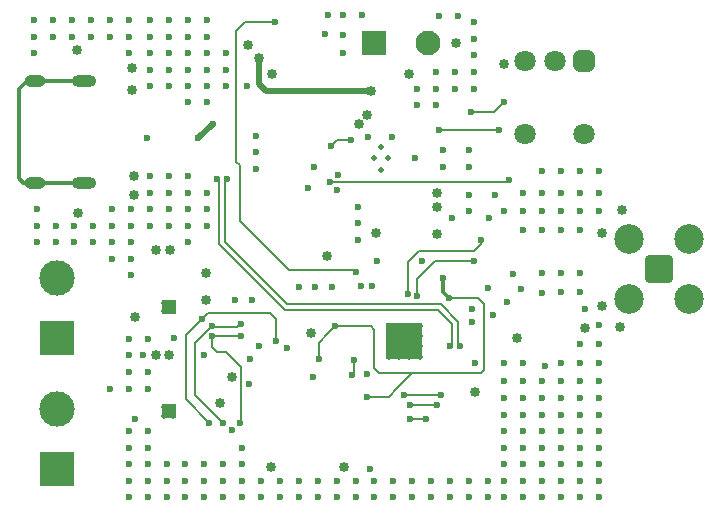
<source format=gbl>
G04 #@! TF.GenerationSoftware,KiCad,Pcbnew,7.0.8*
G04 #@! TF.CreationDate,2024-01-23T22:35:07+01:00*
G04 #@! TF.ProjectId,internet-radio-speaker,696e7465-726e-4657-942d-726164696f2d,rev?*
G04 #@! TF.SameCoordinates,Original*
G04 #@! TF.FileFunction,Copper,L4,Bot*
G04 #@! TF.FilePolarity,Positive*
%FSLAX46Y46*%
G04 Gerber Fmt 4.6, Leading zero omitted, Abs format (unit mm)*
G04 Created by KiCad (PCBNEW 7.0.8) date 2024-01-23 22:35:07*
%MOMM*%
%LPD*%
G01*
G04 APERTURE LIST*
G04 Aperture macros list*
%AMRoundRect*
0 Rectangle with rounded corners*
0 $1 Rounding radius*
0 $2 $3 $4 $5 $6 $7 $8 $9 X,Y pos of 4 corners*
0 Add a 4 corners polygon primitive as box body*
4,1,4,$2,$3,$4,$5,$6,$7,$8,$9,$2,$3,0*
0 Add four circle primitives for the rounded corners*
1,1,$1+$1,$2,$3*
1,1,$1+$1,$4,$5*
1,1,$1+$1,$6,$7*
1,1,$1+$1,$8,$9*
0 Add four rect primitives between the rounded corners*
20,1,$1+$1,$2,$3,$4,$5,0*
20,1,$1+$1,$4,$5,$6,$7,0*
20,1,$1+$1,$6,$7,$8,$9,0*
20,1,$1+$1,$8,$9,$2,$3,0*%
G04 Aperture macros list end*
G04 #@! TA.AperFunction,ComponentPad*
%ADD10R,3.000000X3.000000*%
G04 #@! TD*
G04 #@! TA.AperFunction,ComponentPad*
%ADD11C,3.000000*%
G04 #@! TD*
G04 #@! TA.AperFunction,ComponentPad*
%ADD12O,2.100000X1.000000*%
G04 #@! TD*
G04 #@! TA.AperFunction,ComponentPad*
%ADD13O,1.800000X1.000000*%
G04 #@! TD*
G04 #@! TA.AperFunction,ComponentPad*
%ADD14C,0.500000*%
G04 #@! TD*
G04 #@! TA.AperFunction,SMDPad,CuDef*
%ADD15R,3.100000X3.100000*%
G04 #@! TD*
G04 #@! TA.AperFunction,ComponentPad*
%ADD16RoundRect,0.250001X-0.799999X-0.799999X0.799999X-0.799999X0.799999X0.799999X-0.799999X0.799999X0*%
G04 #@! TD*
G04 #@! TA.AperFunction,ComponentPad*
%ADD17C,2.100000*%
G04 #@! TD*
G04 #@! TA.AperFunction,ComponentPad*
%ADD18C,1.800000*%
G04 #@! TD*
G04 #@! TA.AperFunction,ComponentPad*
%ADD19RoundRect,0.450000X0.450000X-0.450000X0.450000X0.450000X-0.450000X0.450000X-0.450000X-0.450000X0*%
G04 #@! TD*
G04 #@! TA.AperFunction,SMDPad,CuDef*
%ADD20R,1.230000X1.230000*%
G04 #@! TD*
G04 #@! TA.AperFunction,ComponentPad*
%ADD21C,2.500000*%
G04 #@! TD*
G04 #@! TA.AperFunction,ComponentPad*
%ADD22RoundRect,0.200100X-0.949900X0.949900X-0.949900X-0.949900X0.949900X-0.949900X0.949900X0.949900X0*%
G04 #@! TD*
G04 #@! TA.AperFunction,ViaPad*
%ADD23C,0.600000*%
G04 #@! TD*
G04 #@! TA.AperFunction,ViaPad*
%ADD24C,0.850000*%
G04 #@! TD*
G04 #@! TA.AperFunction,Conductor*
%ADD25C,0.500000*%
G04 #@! TD*
G04 #@! TA.AperFunction,Conductor*
%ADD26C,0.200000*%
G04 #@! TD*
G04 #@! TA.AperFunction,Conductor*
%ADD27C,0.300000*%
G04 #@! TD*
G04 APERTURE END LIST*
D10*
X112550000Y-118485000D03*
D11*
X112550000Y-113405000D03*
D10*
X112550000Y-129610000D03*
D11*
X112550000Y-124530000D03*
D12*
X114805000Y-96725000D03*
D13*
X110625000Y-96725000D03*
D12*
X114805000Y-105365000D03*
D13*
X110625000Y-105365000D03*
D14*
X140540000Y-103315000D03*
X139965000Y-104265000D03*
X139965000Y-102365000D03*
X139390000Y-103315000D03*
X143225000Y-117497500D03*
X142358333Y-117497500D03*
X141491667Y-117497500D03*
X140625000Y-117497500D03*
X143225000Y-118364167D03*
X142358333Y-118364167D03*
X141491667Y-118364167D03*
X140625000Y-118364167D03*
D15*
X141925000Y-118797500D03*
D14*
X143225000Y-119230833D03*
X142358333Y-119230833D03*
X141491667Y-119230833D03*
X140625000Y-119230833D03*
X143225000Y-120097500D03*
X142358333Y-120097500D03*
X141491667Y-120097500D03*
X140625000Y-120097500D03*
D16*
X139350000Y-93500000D03*
D17*
X143950000Y-93500000D03*
D18*
X152180000Y-101274700D03*
X157180000Y-101274700D03*
X152180000Y-95024700D03*
X154680000Y-95024700D03*
D19*
X157180000Y-95024700D03*
D14*
X122340000Y-125090000D03*
X122340000Y-124360000D03*
D20*
X121975000Y-124725000D03*
D14*
X121610000Y-125090000D03*
X121610000Y-124360000D03*
X122340000Y-116275000D03*
X122340000Y-115545000D03*
D20*
X121975000Y-115910000D03*
D14*
X121610000Y-116275000D03*
X121610000Y-115545000D03*
D21*
X160960000Y-115180000D03*
X166040000Y-115180000D03*
X160960000Y-110100000D03*
X166040000Y-110100000D03*
D22*
X163500000Y-112640000D03*
D23*
X110800000Y-109000000D03*
X137800000Y-130600000D03*
D24*
X130700000Y-96200000D03*
D23*
X126600000Y-129200000D03*
X110800000Y-107600000D03*
X149400000Y-116600000D03*
X126600000Y-132000000D03*
X120200000Y-129200000D03*
X152000000Y-130600000D03*
X132000000Y-119400000D03*
X143400000Y-112000000D03*
D24*
X135400000Y-111600000D03*
D23*
X135500000Y-91200000D03*
X150400000Y-122200000D03*
X156800000Y-127800000D03*
X118600000Y-91600000D03*
X126800000Y-94400000D03*
X123600000Y-93000000D03*
X118600000Y-130600000D03*
X120200000Y-121400000D03*
X128200000Y-132000000D03*
X118600000Y-93000000D03*
X134200000Y-121800000D03*
X149050000Y-114250000D03*
X110600000Y-93000000D03*
X129400000Y-104200000D03*
X122000000Y-104800000D03*
D24*
X146325000Y-93500000D03*
D23*
X125200000Y-94400000D03*
X117000000Y-91600000D03*
X142600000Y-132000000D03*
D24*
X130600000Y-129400000D03*
D23*
X146450000Y-91250000D03*
X117200000Y-110400000D03*
X156800000Y-114600000D03*
X139400000Y-132000000D03*
X123600000Y-94400000D03*
D24*
X160350000Y-107650000D03*
D23*
X118600000Y-120000000D03*
X119100000Y-125400000D03*
X122000000Y-109000000D03*
X158400000Y-106200000D03*
D24*
X144700000Y-107400000D03*
D23*
X117000000Y-122800000D03*
X121800000Y-130600000D03*
X147400000Y-104000000D03*
X115400000Y-93000000D03*
X118600000Y-94400000D03*
D24*
X122000000Y-120000000D03*
D23*
X144600000Y-98800000D03*
X140850000Y-101500000D03*
D24*
X144700000Y-109700000D03*
X138800000Y-99600000D03*
D23*
X125200000Y-109000000D03*
X135799999Y-114200000D03*
X156800000Y-107800000D03*
X147900000Y-120600000D03*
X128200000Y-127800000D03*
X129400000Y-102800000D03*
X125000000Y-132000000D03*
X155200000Y-109400000D03*
X121800000Y-129200000D03*
X110600000Y-91600000D03*
X153600000Y-126400000D03*
X118600000Y-129200000D03*
X136200000Y-132000000D03*
X155200000Y-123600000D03*
X152000000Y-106200000D03*
X155200000Y-106200000D03*
X134300000Y-104000000D03*
X128600000Y-97200000D03*
X150400000Y-125000000D03*
X150400000Y-126400000D03*
X125000000Y-129200000D03*
X141000000Y-132000000D03*
D24*
X119100000Y-116700000D03*
D23*
X125200000Y-91600000D03*
X138300000Y-114100000D03*
X112200000Y-91600000D03*
X119800000Y-120000000D03*
X155200000Y-104400000D03*
X120170242Y-101553671D03*
X112200000Y-93000000D03*
X152000000Y-107800000D03*
X152000000Y-127800000D03*
X156800000Y-130600000D03*
D24*
X139500000Y-109600000D03*
D23*
X138800000Y-121600000D03*
X121800000Y-132000000D03*
X158400000Y-129200000D03*
X147800000Y-96000000D03*
X120400000Y-106200000D03*
X150400000Y-127800000D03*
X142600000Y-130600000D03*
X136200000Y-130600000D03*
X122000000Y-91600000D03*
D24*
X144700000Y-106200000D03*
D23*
X147700000Y-116100000D03*
X158400000Y-122200000D03*
X120400000Y-109000000D03*
D24*
X120900000Y-111100000D03*
D23*
X115600000Y-109000000D03*
X158400000Y-119000000D03*
D24*
X128700000Y-93700000D03*
D23*
X129400000Y-101400000D03*
X117000000Y-93000000D03*
D24*
X122100000Y-111100000D03*
D23*
X125200000Y-97200000D03*
X150400000Y-123600000D03*
X117200000Y-107600000D03*
D24*
X157200000Y-117700000D03*
D23*
X147400000Y-102600000D03*
X127300000Y-126300000D03*
X158400000Y-132000000D03*
X156800000Y-109400000D03*
X147800000Y-91800000D03*
X143000000Y-98800000D03*
X118800000Y-107600000D03*
X129800000Y-132000000D03*
X135200000Y-92800000D03*
X139200000Y-114100000D03*
D24*
X120900000Y-120000000D03*
D23*
X120400000Y-95800000D03*
X158400000Y-125000000D03*
X128800000Y-122400000D03*
D24*
X114300000Y-107900000D03*
D23*
X147400000Y-106400000D03*
X155200000Y-132000000D03*
D24*
X147900000Y-123100000D03*
D23*
X145200000Y-104000000D03*
X153600000Y-109400000D03*
D24*
X138100000Y-100400000D03*
D23*
X158400000Y-107800000D03*
X153600000Y-127800000D03*
X123600000Y-106200000D03*
X134400000Y-114200000D03*
D24*
X136800000Y-129400000D03*
D23*
X128200000Y-129200000D03*
X110600000Y-94400000D03*
X153600000Y-132000000D03*
X127600001Y-115300000D03*
X120400000Y-97200000D03*
X143000000Y-97400000D03*
X138000000Y-107400000D03*
D24*
X127375500Y-121800000D03*
D23*
X146000000Y-108400000D03*
X149100000Y-108400000D03*
X118600000Y-121400000D03*
X145800000Y-132000000D03*
X125200000Y-95800000D03*
X155200000Y-113000000D03*
X138000000Y-110200000D03*
X151800000Y-114400000D03*
X117200000Y-109000000D03*
X149000000Y-132000000D03*
X147400000Y-107800000D03*
D24*
X125100000Y-113000000D03*
D23*
X112400000Y-109000000D03*
X118600000Y-126400000D03*
X147800000Y-93200000D03*
X152000000Y-109400000D03*
X158400000Y-123600000D03*
X139000000Y-129600000D03*
X134600000Y-130600000D03*
X120200000Y-118600000D03*
X150400000Y-107800000D03*
X120200000Y-130600000D03*
X139400000Y-130600000D03*
X155200000Y-126400000D03*
X122400000Y-118500000D03*
X156800000Y-104400000D03*
X133000001Y-114200000D03*
X153600000Y-113000000D03*
D24*
X160200000Y-117600000D03*
D23*
X153600589Y-114679411D03*
X118800000Y-113200000D03*
X136725000Y-92825000D03*
X155200000Y-130600000D03*
X125200000Y-98550000D03*
X156800000Y-129200000D03*
X136300000Y-104700000D03*
X138000000Y-108800000D03*
X152000000Y-132000000D03*
X113800000Y-93000000D03*
X157200000Y-116100000D03*
X113800000Y-91600000D03*
X150400000Y-132000000D03*
X156800000Y-113000000D03*
D24*
X134000000Y-118100000D03*
D23*
X155200000Y-129200000D03*
X115600000Y-110400000D03*
X138350000Y-91200000D03*
X117200000Y-111800000D03*
X139600000Y-112000000D03*
X155200000Y-120600000D03*
X125200000Y-106200000D03*
D24*
X142300000Y-96200000D03*
D23*
X152000000Y-129200000D03*
X155200000Y-107800000D03*
X152000000Y-120600000D03*
X122000000Y-93000000D03*
X125200000Y-107600000D03*
X118600000Y-132000000D03*
X123400000Y-129200000D03*
X123400000Y-130600000D03*
X137800000Y-132000000D03*
X155200000Y-114600000D03*
X156800000Y-122200000D03*
X122000000Y-94400000D03*
X118600000Y-127800000D03*
X122000000Y-97200000D03*
X120200000Y-126400000D03*
X133000000Y-132000000D03*
X118600000Y-118600000D03*
X153600000Y-104400000D03*
X123600000Y-107600000D03*
X156800000Y-132000000D03*
X153600000Y-125000000D03*
X123600000Y-97200000D03*
X123600000Y-91600000D03*
X149000000Y-130600000D03*
D24*
X119000000Y-104800000D03*
D23*
X153600000Y-123600000D03*
X122000000Y-106200000D03*
X122000000Y-107600000D03*
X153600000Y-106200000D03*
X129000000Y-115300000D03*
X123400000Y-132000000D03*
X156800000Y-106200000D03*
X147700000Y-117200000D03*
X120200000Y-127800000D03*
X147400000Y-132000000D03*
X153800000Y-120900000D03*
X151152602Y-113100090D03*
X126800000Y-95800000D03*
X128200000Y-130600000D03*
X158400000Y-120600000D03*
X145800000Y-130600000D03*
X147800000Y-94600000D03*
X156800000Y-120600000D03*
X110800000Y-110400000D03*
X112400000Y-110400000D03*
X123600000Y-95800000D03*
X155200000Y-127800000D03*
X125000000Y-130600000D03*
D24*
X114200000Y-94100000D03*
X118900000Y-97500000D03*
X126300000Y-124000000D03*
D23*
X120200000Y-122800000D03*
X120400000Y-93000000D03*
X123600000Y-104800000D03*
X156800000Y-126400000D03*
X152000000Y-125000000D03*
X123600000Y-109000000D03*
X155200000Y-122200000D03*
X141000000Y-130600000D03*
X118600000Y-122800000D03*
X118800000Y-111800000D03*
X125200000Y-93000000D03*
X150600000Y-115500000D03*
X136725000Y-94425000D03*
D24*
X158700000Y-109600000D03*
D23*
X115400000Y-91600000D03*
X155200000Y-125000000D03*
X147400000Y-130600000D03*
X145200000Y-102600000D03*
X126600000Y-130600000D03*
X153600000Y-122200000D03*
D24*
X125100000Y-115300000D03*
D23*
X123600000Y-110400000D03*
X123600000Y-98550000D03*
X120400000Y-94400000D03*
X156800000Y-119000000D03*
X118800000Y-109000000D03*
X128900000Y-120300000D03*
X120400000Y-104800000D03*
X136268781Y-105949500D03*
X144850000Y-91250000D03*
X131400000Y-132000000D03*
X122000000Y-95800000D03*
D24*
X158700000Y-115800000D03*
D23*
X146200000Y-97400000D03*
X118800000Y-110400000D03*
X146200000Y-96000000D03*
D24*
X151500000Y-118500000D03*
D23*
X120200000Y-132000000D03*
X158400000Y-130600000D03*
X153600000Y-107800000D03*
X152000000Y-126400000D03*
X144200000Y-132000000D03*
X126800000Y-97200000D03*
X150400000Y-130600000D03*
X156800000Y-123600000D03*
X150400000Y-129200000D03*
X153600000Y-129200000D03*
X147800000Y-97400000D03*
X153600000Y-130600000D03*
X125000000Y-120000000D03*
X150400000Y-120600000D03*
X144200000Y-130600000D03*
X158400000Y-104400000D03*
X131400000Y-130600000D03*
X120400000Y-107600000D03*
X138850000Y-101500000D03*
D24*
X150400000Y-95300000D03*
D23*
X158400000Y-126400000D03*
X114000000Y-110400000D03*
X152000000Y-123600000D03*
D24*
X118900000Y-95700000D03*
D23*
X133800000Y-105800000D03*
X158400000Y-127800000D03*
X136750000Y-91200000D03*
X129600000Y-119200000D03*
X133000000Y-130600000D03*
X142850000Y-103300000D03*
X120400000Y-91600000D03*
X114000000Y-109000000D03*
X134600000Y-132000000D03*
X149600000Y-106400000D03*
X144600000Y-97400000D03*
X152000000Y-122200000D03*
X158400000Y-117400000D03*
X156800000Y-125000000D03*
X129800000Y-130600000D03*
X144600000Y-96000000D03*
D24*
X119000000Y-106400000D03*
D23*
X125700000Y-100400000D03*
X124500000Y-101600000D03*
X131000000Y-91800000D03*
X137874500Y-112900000D03*
X149950000Y-100950000D03*
X144900000Y-100950000D03*
X134705548Y-120255411D03*
X150400000Y-98550000D03*
X145700000Y-115100000D03*
X145200000Y-113400000D03*
X136100000Y-117500000D03*
X147550000Y-99400000D03*
X138784750Y-123497290D03*
X148450000Y-110200000D03*
X142200000Y-114800000D03*
X131025000Y-118750000D03*
X125425000Y-125700000D03*
X124800000Y-116925000D03*
X125675500Y-118350000D03*
X128100000Y-118325000D03*
X127975000Y-125750000D03*
X125625000Y-117475000D03*
X128075000Y-117300000D03*
X126575000Y-125750000D03*
X150750000Y-105150000D03*
X135650000Y-105350000D03*
X141939831Y-123307242D03*
X145000000Y-123350000D03*
X143800000Y-125350000D03*
X142450000Y-125350000D03*
X144700000Y-124150000D03*
X142450000Y-124150000D03*
X137500000Y-121650000D03*
X137700000Y-120350000D03*
X145793031Y-119209426D03*
X126074999Y-105075000D03*
X146643031Y-119209426D03*
X126924999Y-105075000D03*
D24*
X139100000Y-97600000D03*
X129650000Y-94850000D03*
D23*
X137400000Y-101750000D03*
X135700000Y-102250000D03*
X147800000Y-112000000D03*
X143000000Y-114950000D03*
D25*
X124500000Y-101600000D02*
X125700000Y-100400000D01*
D26*
X128000000Y-103900000D02*
X128000000Y-108600000D01*
X127700000Y-103600000D02*
X128000000Y-103900000D01*
X132600000Y-112800000D02*
X137774500Y-112800000D01*
X128000000Y-108600000D02*
X128400000Y-109000000D01*
X127900000Y-92300000D02*
X127700000Y-92500000D01*
X128400000Y-91800000D02*
X127900000Y-92300000D01*
X131000000Y-91800000D02*
X128400000Y-91800000D01*
X137774500Y-112800000D02*
X137874500Y-112900000D01*
X128400000Y-109000000D02*
X132200000Y-112800000D01*
X127700000Y-96300000D02*
X127700000Y-103600000D01*
X127700000Y-92500000D02*
X127700000Y-96300000D01*
X132200000Y-112800000D02*
X132600000Y-112800000D01*
X149950000Y-100950000D02*
X144900000Y-100950000D01*
X141350000Y-122750000D02*
X140602710Y-123497290D01*
X148700000Y-121200000D02*
X148400000Y-121500000D01*
X142800000Y-121500000D02*
X142600000Y-121500000D01*
D27*
X145200000Y-113400000D02*
X145200000Y-114600000D01*
D26*
X148200000Y-115100000D02*
X148700000Y-115600000D01*
X149550000Y-99400000D02*
X147550000Y-99400000D01*
X139400000Y-121100000D02*
X139400000Y-117800000D01*
X148700000Y-118400000D02*
X148700000Y-121200000D01*
X139100000Y-117500000D02*
X136100000Y-117500000D01*
X134700000Y-120249863D02*
X134705548Y-120255411D01*
X142600000Y-121500000D02*
X141350000Y-122750000D01*
X142800000Y-121500000D02*
X139800000Y-121500000D01*
X150400000Y-98550000D02*
X149550000Y-99400000D01*
X134700000Y-119200000D02*
X134700000Y-120249863D01*
X136100000Y-117500000D02*
X135500000Y-118100000D01*
X140602710Y-123497290D02*
X138784750Y-123497290D01*
X148700000Y-115600000D02*
X148700000Y-118400000D01*
X145700000Y-115100000D02*
X148200000Y-115100000D01*
X135500000Y-118100000D02*
X134700000Y-118900000D01*
D27*
X145200000Y-114600000D02*
X145700000Y-115100000D01*
D26*
X148400000Y-121500000D02*
X142800000Y-121500000D01*
X139800000Y-121500000D02*
X139400000Y-121100000D01*
X134700000Y-118900000D02*
X134700000Y-119200000D01*
X139400000Y-117800000D02*
X139100000Y-117500000D01*
X148450000Y-110200000D02*
X148450000Y-110550000D01*
X147850000Y-111150000D02*
X143150000Y-111150000D01*
X142200000Y-112100000D02*
X142200000Y-114800000D01*
X143150000Y-111150000D02*
X142200000Y-112100000D01*
X148450000Y-110550000D02*
X147850000Y-111150000D01*
X130575000Y-116425000D02*
X129775000Y-116425000D01*
X124800000Y-116925000D02*
X123450000Y-118275000D01*
X128925000Y-116425000D02*
X125300000Y-116425000D01*
X131025000Y-116875000D02*
X130575000Y-116425000D01*
X129775000Y-116425000D02*
X128925000Y-116425000D01*
X123450000Y-123725000D02*
X125425000Y-125700000D01*
X123450000Y-119175000D02*
X123450000Y-123725000D01*
X123450000Y-118275000D02*
X123450000Y-119175000D01*
X125300000Y-116425000D02*
X124800000Y-116925000D01*
X131025000Y-118750000D02*
X131025000Y-116875000D01*
X128100000Y-118325000D02*
X125700500Y-118325000D01*
X127975000Y-125750000D02*
X128100500Y-125624500D01*
X125700500Y-118325000D02*
X125675500Y-118350000D01*
X125675500Y-119275500D02*
X125675500Y-118350000D01*
X128100500Y-125624500D02*
X128100500Y-121000500D01*
X126800000Y-119700000D02*
X126100000Y-119700000D01*
X128100500Y-121000500D02*
X126800000Y-119700000D01*
X126100000Y-119700000D02*
X125675500Y-119275500D01*
X127450000Y-117600000D02*
X125750000Y-117600000D01*
X128075000Y-117300000D02*
X127775000Y-117600000D01*
X124175000Y-119250000D02*
X124175000Y-123350000D01*
X127775000Y-117600000D02*
X127450000Y-117600000D01*
X125750000Y-117600000D02*
X125625000Y-117475000D01*
X124175000Y-118925000D02*
X124175000Y-119250000D01*
X124175000Y-123350000D02*
X126575000Y-125750000D01*
X125625000Y-117475000D02*
X124175000Y-118925000D01*
D27*
X114805000Y-105365000D02*
X110625000Y-105365000D01*
X110625000Y-96725000D02*
X114805000Y-96725000D01*
X110625000Y-105365000D02*
X109665000Y-105365000D01*
X109300000Y-97400000D02*
X109975000Y-96725000D01*
X109300000Y-105000000D02*
X109300000Y-97400000D01*
X109975000Y-96725000D02*
X110625000Y-96725000D01*
X109665000Y-105365000D02*
X109300000Y-105000000D01*
D26*
X135650000Y-105350000D02*
X150550000Y-105350000D01*
X150550000Y-105350000D02*
X150750000Y-105150000D01*
X141939831Y-123307242D02*
X144957242Y-123307242D01*
X144957242Y-123307242D02*
X145000000Y-123350000D01*
X143800000Y-125350000D02*
X142450000Y-125350000D01*
X144700000Y-124150000D02*
X142450000Y-124150000D01*
X137700000Y-121450000D02*
X137500000Y-121650000D01*
X137700000Y-120350000D02*
X137700000Y-121450000D01*
X145793031Y-119209426D02*
X145993030Y-119009427D01*
X131806800Y-116125000D02*
X126274998Y-110593198D01*
X144806800Y-116125000D02*
X131806800Y-116125000D01*
X126274998Y-105274999D02*
X126074999Y-105075000D01*
X126274998Y-110593198D02*
X126274998Y-105274999D01*
X145993030Y-117311230D02*
X144806800Y-116125000D01*
X145993030Y-119009427D02*
X145993030Y-117311230D01*
X146643031Y-119209426D02*
X146443032Y-119009427D01*
X131993200Y-115675000D02*
X126725000Y-110406800D01*
X146443032Y-117124832D02*
X144993200Y-115675000D01*
X126725000Y-110406800D02*
X126725000Y-105274999D01*
X146443032Y-119009427D02*
X146443032Y-117124832D01*
X144993200Y-115675000D02*
X131993200Y-115675000D01*
X126725000Y-105274999D02*
X126924999Y-105075000D01*
D25*
X129650000Y-97050000D02*
X130200000Y-97600000D01*
X129650000Y-94850000D02*
X129650000Y-97050000D01*
X139100000Y-97600000D02*
X130200000Y-97600000D01*
D26*
X136150000Y-101800000D02*
X135700000Y-102250000D01*
X137400000Y-101750000D02*
X136200000Y-101750000D01*
X136200000Y-101750000D02*
X136150000Y-101800000D01*
X147800000Y-112000000D02*
X144500000Y-112000000D01*
X143000000Y-114950000D02*
X143000000Y-113500000D01*
X144500000Y-112000000D02*
X143000000Y-113500000D01*
M02*

</source>
